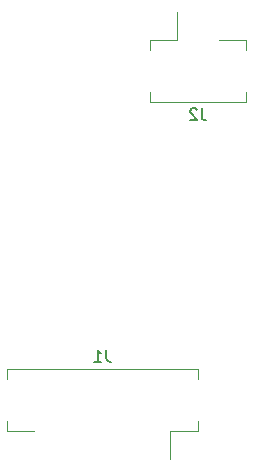
<source format=gbr>
G04 #@! TF.GenerationSoftware,KiCad,Pcbnew,(5.1.10)-1*
G04 #@! TF.CreationDate,2022-02-25T15:53:37+01:00*
G04 #@! TF.ProjectId,led_defogger_PCB_with_UV_2022,6c65645f-6465-4666-9f67-6765725f5043,rev?*
G04 #@! TF.SameCoordinates,Original*
G04 #@! TF.FileFunction,Legend,Bot*
G04 #@! TF.FilePolarity,Positive*
%FSLAX46Y46*%
G04 Gerber Fmt 4.6, Leading zero omitted, Abs format (unit mm)*
G04 Created by KiCad (PCBNEW (5.1.10)-1) date 2022-02-25 15:53:37*
%MOMM*%
%LPD*%
G01*
G04 APERTURE LIST*
%ADD10C,0.120000*%
%ADD11C,0.150000*%
G04 APERTURE END LIST*
D10*
X197921200Y-83352800D02*
X197921200Y-82502800D01*
X197921200Y-82502800D02*
X200246200Y-82502800D01*
X200246200Y-82502800D02*
X200246200Y-80112800D01*
X206091200Y-83352800D02*
X206091200Y-82502800D01*
X206091200Y-82502800D02*
X203766200Y-82502800D01*
X197921200Y-86872800D02*
X197921200Y-87722800D01*
X197921200Y-87722800D02*
X206091200Y-87722800D01*
X206091200Y-87722800D02*
X206091200Y-86872800D01*
X201988600Y-114716400D02*
X201988600Y-115566400D01*
X201988600Y-115566400D02*
X199663600Y-115566400D01*
X199663600Y-115566400D02*
X199663600Y-117956400D01*
X185818600Y-114716400D02*
X185818600Y-115566400D01*
X185818600Y-115566400D02*
X188143600Y-115566400D01*
X201988600Y-111196400D02*
X201988600Y-110346400D01*
X201988600Y-110346400D02*
X185818600Y-110346400D01*
X185818600Y-110346400D02*
X185818600Y-111196400D01*
D11*
X202339533Y-88265180D02*
X202339533Y-88979466D01*
X202387152Y-89122323D01*
X202482390Y-89217561D01*
X202625247Y-89265180D01*
X202720485Y-89265180D01*
X201910961Y-88360419D02*
X201863342Y-88312800D01*
X201768104Y-88265180D01*
X201530009Y-88265180D01*
X201434771Y-88312800D01*
X201387152Y-88360419D01*
X201339533Y-88455657D01*
X201339533Y-88550895D01*
X201387152Y-88693752D01*
X201958580Y-89265180D01*
X201339533Y-89265180D01*
X194236933Y-108708780D02*
X194236933Y-109423066D01*
X194284552Y-109565923D01*
X194379790Y-109661161D01*
X194522647Y-109708780D01*
X194617885Y-109708780D01*
X193236933Y-109708780D02*
X193808361Y-109708780D01*
X193522647Y-109708780D02*
X193522647Y-108708780D01*
X193617885Y-108851638D01*
X193713123Y-108946876D01*
X193808361Y-108994495D01*
M02*

</source>
